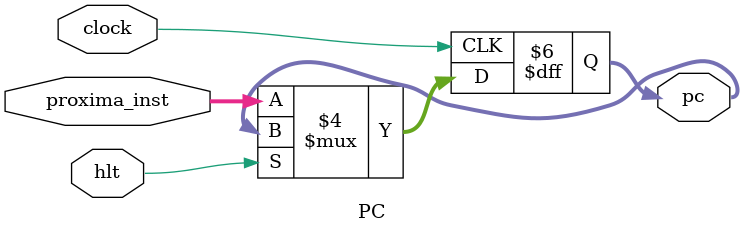
<source format=v>
module PC(clock, pc, proxima_inst, hlt);
input clock;
input hlt;
input wire[31:0] proxima_inst;
output reg[31:0] pc;

always @(posedge clock)
begin
if(hlt == 0) pc = proxima_inst; 
end
endmodule
</source>
